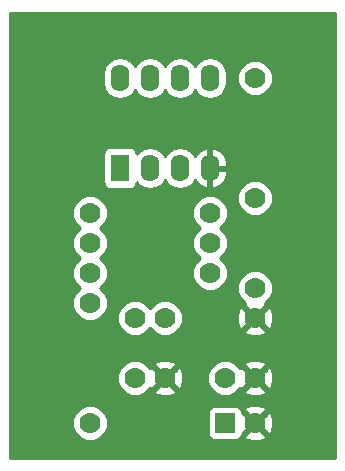
<source format=gtl>
G04 #@! TF.FileFunction,Copper,L1,Top,Signal*
%FSLAX46Y46*%
G04 Gerber Fmt 4.6, Leading zero omitted, Abs format (unit mm)*
G04 Created by KiCad (PCBNEW 0.201412031631+5310~19~ubuntu14.04.1-product) date sáb 06 dic 2014 00:19:55 CET*
%MOMM*%
G01*
G04 APERTURE LIST*
%ADD10C,0.100000*%
%ADD11C,1.778000*%
%ADD12R,1.574800X2.286000*%
%ADD13O,1.574800X2.286000*%
%ADD14R,1.651000X1.651000*%
%ADD15C,0.254000*%
G04 APERTURE END LIST*
D10*
D11*
X144780000Y-107950000D03*
X142240000Y-107950000D03*
X149860000Y-113030000D03*
X152400000Y-113030000D03*
D12*
X140970000Y-95250000D03*
D13*
X143510000Y-95250000D03*
X146050000Y-95250000D03*
X148590000Y-95250000D03*
X148590000Y-87630000D03*
X146050000Y-87630000D03*
X143510000Y-87630000D03*
X140970000Y-87630000D03*
D11*
X152400000Y-105410000D03*
X152400000Y-107950000D03*
X142240000Y-113030000D03*
X144780000Y-113030000D03*
X152400000Y-97790000D03*
X152400000Y-87630000D03*
X138430000Y-101600000D03*
X148590000Y-101600000D03*
X138430000Y-99060000D03*
X148590000Y-99060000D03*
X148590000Y-104140000D03*
X138430000Y-104140000D03*
X138430000Y-116840000D03*
X138430000Y-106680000D03*
D14*
X149860000Y-116840000D03*
D11*
X152400000Y-116840000D03*
D15*
G36*
X159194500Y-119824500D02*
X153935516Y-119824500D01*
X153935516Y-117078035D01*
X153935516Y-113268035D01*
X153935516Y-108188035D01*
X153924264Y-107923787D01*
X153924264Y-105108188D01*
X153924264Y-97488188D01*
X153924264Y-87328188D01*
X153692738Y-86767851D01*
X153264404Y-86338769D01*
X152704472Y-86106265D01*
X152098188Y-86105736D01*
X151537851Y-86337262D01*
X151108769Y-86765596D01*
X150876265Y-87325528D01*
X150875736Y-87931812D01*
X151107262Y-88492149D01*
X151535596Y-88921231D01*
X152095528Y-89153735D01*
X152701812Y-89154264D01*
X153262149Y-88922738D01*
X153691231Y-88494404D01*
X153923735Y-87934472D01*
X153924264Y-87328188D01*
X153924264Y-97488188D01*
X153692738Y-96927851D01*
X153264404Y-96498769D01*
X152704472Y-96266265D01*
X152098188Y-96265736D01*
X151537851Y-96497262D01*
X151108769Y-96925596D01*
X150876265Y-97485528D01*
X150875736Y-98091812D01*
X151107262Y-98652149D01*
X151535596Y-99081231D01*
X152095528Y-99313735D01*
X152701812Y-99314264D01*
X153262149Y-99082738D01*
X153691231Y-98654404D01*
X153923735Y-98094472D01*
X153924264Y-97488188D01*
X153924264Y-105108188D01*
X153692738Y-104547851D01*
X153264404Y-104118769D01*
X152704472Y-103886265D01*
X152098188Y-103885736D01*
X151537851Y-104117262D01*
X151108769Y-104545596D01*
X150876265Y-105105528D01*
X150875736Y-105711812D01*
X151107262Y-106272149D01*
X151535596Y-106701231D01*
X151562505Y-106712404D01*
X151507409Y-106877804D01*
X152400000Y-107770395D01*
X153292591Y-106877804D01*
X153237646Y-106712862D01*
X153262149Y-106702738D01*
X153691231Y-106274404D01*
X153923735Y-105714472D01*
X153924264Y-105108188D01*
X153924264Y-107923787D01*
X153909723Y-107582300D01*
X153727539Y-107142467D01*
X153472196Y-107057409D01*
X152579605Y-107950000D01*
X153472196Y-108842591D01*
X153727539Y-108757533D01*
X153935516Y-108188035D01*
X153935516Y-113268035D01*
X153909723Y-112662300D01*
X153727539Y-112222467D01*
X153472196Y-112137409D01*
X153292591Y-112317014D01*
X153292591Y-111957804D01*
X153292591Y-109022196D01*
X152400000Y-108129605D01*
X152220395Y-108309210D01*
X152220395Y-107950000D01*
X151327804Y-107057409D01*
X151072461Y-107142467D01*
X150864484Y-107711965D01*
X150890277Y-108317700D01*
X151072461Y-108757533D01*
X151327804Y-108842591D01*
X152220395Y-107950000D01*
X152220395Y-108309210D01*
X151507409Y-109022196D01*
X151592467Y-109277539D01*
X152161965Y-109485516D01*
X152767700Y-109459723D01*
X153207533Y-109277539D01*
X153292591Y-109022196D01*
X153292591Y-111957804D01*
X153207533Y-111702461D01*
X152638035Y-111494484D01*
X152032300Y-111520277D01*
X151592467Y-111702461D01*
X151507409Y-111957804D01*
X152400000Y-112850395D01*
X153292591Y-111957804D01*
X153292591Y-112317014D01*
X152579605Y-113030000D01*
X153472196Y-113922591D01*
X153727539Y-113837533D01*
X153935516Y-113268035D01*
X153935516Y-117078035D01*
X153909723Y-116472300D01*
X153727539Y-116032467D01*
X153472196Y-115947409D01*
X153292591Y-116127014D01*
X153292591Y-115767804D01*
X153292591Y-114102196D01*
X152400000Y-113209605D01*
X152220395Y-113389210D01*
X152220395Y-113030000D01*
X151327804Y-112137409D01*
X151162862Y-112192353D01*
X151152738Y-112167851D01*
X150724404Y-111738769D01*
X150164472Y-111506265D01*
X150114264Y-111506221D01*
X150114264Y-103838188D01*
X149882738Y-103277851D01*
X149475262Y-102869664D01*
X149881231Y-102464404D01*
X150113735Y-101904472D01*
X150114264Y-101298188D01*
X149882738Y-100737851D01*
X149475262Y-100329664D01*
X149881231Y-99924404D01*
X150113735Y-99364472D01*
X150114264Y-98758188D01*
X150012400Y-98511657D01*
X150012400Y-95732600D01*
X150012400Y-95377000D01*
X150012400Y-95123000D01*
X150012400Y-94767400D01*
X150012400Y-88020433D01*
X150012400Y-87239567D01*
X149904126Y-86695238D01*
X149595789Y-86233778D01*
X149134329Y-85925441D01*
X148590000Y-85817167D01*
X148045671Y-85925441D01*
X147584211Y-86233778D01*
X147320000Y-86629198D01*
X147055789Y-86233778D01*
X146594329Y-85925441D01*
X146050000Y-85817167D01*
X145505671Y-85925441D01*
X145044211Y-86233778D01*
X144780000Y-86629198D01*
X144515789Y-86233778D01*
X144054329Y-85925441D01*
X143510000Y-85817167D01*
X142965671Y-85925441D01*
X142504211Y-86233778D01*
X142240000Y-86629198D01*
X141975789Y-86233778D01*
X141514329Y-85925441D01*
X140970000Y-85817167D01*
X140425671Y-85925441D01*
X139964211Y-86233778D01*
X139655874Y-86695238D01*
X139547600Y-87239567D01*
X139547600Y-88020433D01*
X139655874Y-88564762D01*
X139964211Y-89026222D01*
X140425671Y-89334559D01*
X140970000Y-89442833D01*
X141514329Y-89334559D01*
X141975789Y-89026222D01*
X142240000Y-88630801D01*
X142504211Y-89026222D01*
X142965671Y-89334559D01*
X143510000Y-89442833D01*
X144054329Y-89334559D01*
X144515789Y-89026222D01*
X144780000Y-88630801D01*
X145044211Y-89026222D01*
X145505671Y-89334559D01*
X146050000Y-89442833D01*
X146594329Y-89334559D01*
X147055789Y-89026222D01*
X147320000Y-88630801D01*
X147584211Y-89026222D01*
X148045671Y-89334559D01*
X148590000Y-89442833D01*
X149134329Y-89334559D01*
X149595789Y-89026222D01*
X149904126Y-88564762D01*
X150012400Y-88020433D01*
X150012400Y-94767400D01*
X149855525Y-94232738D01*
X149505986Y-93798809D01*
X149016996Y-93531673D01*
X148937060Y-93514990D01*
X148717000Y-93637148D01*
X148717000Y-95123000D01*
X150012400Y-95123000D01*
X150012400Y-95377000D01*
X148717000Y-95377000D01*
X148717000Y-96862852D01*
X148937060Y-96985010D01*
X149016996Y-96968327D01*
X149505986Y-96701191D01*
X149855525Y-96267262D01*
X150012400Y-95732600D01*
X150012400Y-98511657D01*
X149882738Y-98197851D01*
X149454404Y-97768769D01*
X148894472Y-97536265D01*
X148463000Y-97535888D01*
X148463000Y-96862852D01*
X148463000Y-95377000D01*
X148443000Y-95377000D01*
X148443000Y-95123000D01*
X148463000Y-95123000D01*
X148463000Y-93637148D01*
X148242940Y-93514990D01*
X148163004Y-93531673D01*
X147674014Y-93798809D01*
X147324475Y-94232738D01*
X147319753Y-94248829D01*
X147055789Y-93853778D01*
X146594329Y-93545441D01*
X146050000Y-93437167D01*
X145505671Y-93545441D01*
X145044211Y-93853778D01*
X144780000Y-94249198D01*
X144515789Y-93853778D01*
X144054329Y-93545441D01*
X143510000Y-93437167D01*
X142965671Y-93545441D01*
X142504211Y-93853778D01*
X142389126Y-94026013D01*
X142357863Y-93864877D01*
X142218073Y-93652073D01*
X142007040Y-93509623D01*
X141757400Y-93459560D01*
X140182600Y-93459560D01*
X139940477Y-93506537D01*
X139727673Y-93646327D01*
X139585223Y-93857360D01*
X139535160Y-94107000D01*
X139535160Y-96393000D01*
X139582137Y-96635123D01*
X139721927Y-96847927D01*
X139932960Y-96990377D01*
X140182600Y-97040440D01*
X141757400Y-97040440D01*
X141999523Y-96993463D01*
X142212327Y-96853673D01*
X142354777Y-96642640D01*
X142388720Y-96473378D01*
X142504211Y-96646222D01*
X142965671Y-96954559D01*
X143510000Y-97062833D01*
X144054329Y-96954559D01*
X144515789Y-96646222D01*
X144780000Y-96250801D01*
X145044211Y-96646222D01*
X145505671Y-96954559D01*
X146050000Y-97062833D01*
X146594329Y-96954559D01*
X147055789Y-96646222D01*
X147319753Y-96251170D01*
X147324475Y-96267262D01*
X147674014Y-96701191D01*
X148163004Y-96968327D01*
X148242940Y-96985010D01*
X148463000Y-96862852D01*
X148463000Y-97535888D01*
X148288188Y-97535736D01*
X147727851Y-97767262D01*
X147298769Y-98195596D01*
X147066265Y-98755528D01*
X147065736Y-99361812D01*
X147297262Y-99922149D01*
X147704737Y-100330335D01*
X147298769Y-100735596D01*
X147066265Y-101295528D01*
X147065736Y-101901812D01*
X147297262Y-102462149D01*
X147704737Y-102870335D01*
X147298769Y-103275596D01*
X147066265Y-103835528D01*
X147065736Y-104441812D01*
X147297262Y-105002149D01*
X147725596Y-105431231D01*
X148285528Y-105663735D01*
X148891812Y-105664264D01*
X149452149Y-105432738D01*
X149881231Y-105004404D01*
X150113735Y-104444472D01*
X150114264Y-103838188D01*
X150114264Y-111506221D01*
X149558188Y-111505736D01*
X148997851Y-111737262D01*
X148568769Y-112165596D01*
X148336265Y-112725528D01*
X148335736Y-113331812D01*
X148567262Y-113892149D01*
X148995596Y-114321231D01*
X149555528Y-114553735D01*
X150161812Y-114554264D01*
X150722149Y-114322738D01*
X151151231Y-113894404D01*
X151162404Y-113867494D01*
X151327804Y-113922591D01*
X152220395Y-113030000D01*
X152220395Y-113389210D01*
X151507409Y-114102196D01*
X151592467Y-114357539D01*
X152161965Y-114565516D01*
X152767700Y-114539723D01*
X153207533Y-114357539D01*
X153292591Y-114102196D01*
X153292591Y-115767804D01*
X153207533Y-115512461D01*
X152638035Y-115304484D01*
X152032300Y-115330277D01*
X151592467Y-115512461D01*
X151507409Y-115767804D01*
X152400000Y-116660395D01*
X153292591Y-115767804D01*
X153292591Y-116127014D01*
X152579605Y-116840000D01*
X153472196Y-117732591D01*
X153727539Y-117647533D01*
X153935516Y-117078035D01*
X153935516Y-119824500D01*
X153292591Y-119824500D01*
X153292591Y-117912196D01*
X152400000Y-117019605D01*
X152220395Y-117199210D01*
X152220395Y-116840000D01*
X151327804Y-115947409D01*
X151320401Y-115949874D01*
X151285963Y-115772377D01*
X151146173Y-115559573D01*
X150935140Y-115417123D01*
X150685500Y-115367060D01*
X149034500Y-115367060D01*
X148792377Y-115414037D01*
X148579573Y-115553827D01*
X148437123Y-115764860D01*
X148387060Y-116014500D01*
X148387060Y-117665500D01*
X148434037Y-117907623D01*
X148573827Y-118120427D01*
X148784860Y-118262877D01*
X149034500Y-118312940D01*
X150685500Y-118312940D01*
X150927623Y-118265963D01*
X151140427Y-118126173D01*
X151282877Y-117915140D01*
X151320006Y-117729993D01*
X151327804Y-117732591D01*
X152220395Y-116840000D01*
X152220395Y-117199210D01*
X151507409Y-117912196D01*
X151592467Y-118167539D01*
X152161965Y-118375516D01*
X152767700Y-118349723D01*
X153207533Y-118167539D01*
X153292591Y-117912196D01*
X153292591Y-119824500D01*
X146315516Y-119824500D01*
X146315516Y-113268035D01*
X146304264Y-113003787D01*
X146304264Y-107648188D01*
X146072738Y-107087851D01*
X145644404Y-106658769D01*
X145084472Y-106426265D01*
X144478188Y-106425736D01*
X143917851Y-106657262D01*
X143509664Y-107064737D01*
X143104404Y-106658769D01*
X142544472Y-106426265D01*
X141938188Y-106425736D01*
X141377851Y-106657262D01*
X140948769Y-107085596D01*
X140716265Y-107645528D01*
X140715736Y-108251812D01*
X140947262Y-108812149D01*
X141375596Y-109241231D01*
X141935528Y-109473735D01*
X142541812Y-109474264D01*
X143102149Y-109242738D01*
X143510335Y-108835262D01*
X143915596Y-109241231D01*
X144475528Y-109473735D01*
X145081812Y-109474264D01*
X145642149Y-109242738D01*
X146071231Y-108814404D01*
X146303735Y-108254472D01*
X146304264Y-107648188D01*
X146304264Y-113003787D01*
X146289723Y-112662300D01*
X146107539Y-112222467D01*
X145852196Y-112137409D01*
X145672591Y-112317014D01*
X145672591Y-111957804D01*
X145587533Y-111702461D01*
X145018035Y-111494484D01*
X144412300Y-111520277D01*
X143972467Y-111702461D01*
X143887409Y-111957804D01*
X144780000Y-112850395D01*
X145672591Y-111957804D01*
X145672591Y-112317014D01*
X144959605Y-113030000D01*
X145852196Y-113922591D01*
X146107539Y-113837533D01*
X146315516Y-113268035D01*
X146315516Y-119824500D01*
X145672591Y-119824500D01*
X145672591Y-114102196D01*
X144780000Y-113209605D01*
X144600395Y-113389210D01*
X144600395Y-113030000D01*
X143707804Y-112137409D01*
X143542862Y-112192353D01*
X143532738Y-112167851D01*
X143104404Y-111738769D01*
X142544472Y-111506265D01*
X141938188Y-111505736D01*
X141377851Y-111737262D01*
X140948769Y-112165596D01*
X140716265Y-112725528D01*
X140715736Y-113331812D01*
X140947262Y-113892149D01*
X141375596Y-114321231D01*
X141935528Y-114553735D01*
X142541812Y-114554264D01*
X143102149Y-114322738D01*
X143531231Y-113894404D01*
X143542404Y-113867494D01*
X143707804Y-113922591D01*
X144600395Y-113030000D01*
X144600395Y-113389210D01*
X143887409Y-114102196D01*
X143972467Y-114357539D01*
X144541965Y-114565516D01*
X145147700Y-114539723D01*
X145587533Y-114357539D01*
X145672591Y-114102196D01*
X145672591Y-119824500D01*
X139954264Y-119824500D01*
X139954264Y-116538188D01*
X139954264Y-106378188D01*
X139722738Y-105817851D01*
X139315262Y-105409664D01*
X139721231Y-105004404D01*
X139953735Y-104444472D01*
X139954264Y-103838188D01*
X139722738Y-103277851D01*
X139315262Y-102869664D01*
X139721231Y-102464404D01*
X139953735Y-101904472D01*
X139954264Y-101298188D01*
X139722738Y-100737851D01*
X139315262Y-100329664D01*
X139721231Y-99924404D01*
X139953735Y-99364472D01*
X139954264Y-98758188D01*
X139722738Y-98197851D01*
X139294404Y-97768769D01*
X138734472Y-97536265D01*
X138128188Y-97535736D01*
X137567851Y-97767262D01*
X137138769Y-98195596D01*
X136906265Y-98755528D01*
X136905736Y-99361812D01*
X137137262Y-99922149D01*
X137544737Y-100330335D01*
X137138769Y-100735596D01*
X136906265Y-101295528D01*
X136905736Y-101901812D01*
X137137262Y-102462149D01*
X137544737Y-102870335D01*
X137138769Y-103275596D01*
X136906265Y-103835528D01*
X136905736Y-104441812D01*
X137137262Y-105002149D01*
X137544737Y-105410335D01*
X137138769Y-105815596D01*
X136906265Y-106375528D01*
X136905736Y-106981812D01*
X137137262Y-107542149D01*
X137565596Y-107971231D01*
X138125528Y-108203735D01*
X138731812Y-108204264D01*
X139292149Y-107972738D01*
X139721231Y-107544404D01*
X139953735Y-106984472D01*
X139954264Y-106378188D01*
X139954264Y-116538188D01*
X139722738Y-115977851D01*
X139294404Y-115548769D01*
X138734472Y-115316265D01*
X138128188Y-115315736D01*
X137567851Y-115547262D01*
X137138769Y-115975596D01*
X136906265Y-116535528D01*
X136905736Y-117141812D01*
X137137262Y-117702149D01*
X137565596Y-118131231D01*
X138125528Y-118363735D01*
X138731812Y-118364264D01*
X139292149Y-118132738D01*
X139721231Y-117704404D01*
X139953735Y-117144472D01*
X139954264Y-116538188D01*
X139954264Y-119824500D01*
X131635500Y-119824500D01*
X131635500Y-82105500D01*
X159194500Y-82105500D01*
X159194500Y-119824500D01*
X159194500Y-119824500D01*
G37*
X159194500Y-119824500D02*
X153935516Y-119824500D01*
X153935516Y-117078035D01*
X153935516Y-113268035D01*
X153935516Y-108188035D01*
X153924264Y-107923787D01*
X153924264Y-105108188D01*
X153924264Y-97488188D01*
X153924264Y-87328188D01*
X153692738Y-86767851D01*
X153264404Y-86338769D01*
X152704472Y-86106265D01*
X152098188Y-86105736D01*
X151537851Y-86337262D01*
X151108769Y-86765596D01*
X150876265Y-87325528D01*
X150875736Y-87931812D01*
X151107262Y-88492149D01*
X151535596Y-88921231D01*
X152095528Y-89153735D01*
X152701812Y-89154264D01*
X153262149Y-88922738D01*
X153691231Y-88494404D01*
X153923735Y-87934472D01*
X153924264Y-87328188D01*
X153924264Y-97488188D01*
X153692738Y-96927851D01*
X153264404Y-96498769D01*
X152704472Y-96266265D01*
X152098188Y-96265736D01*
X151537851Y-96497262D01*
X151108769Y-96925596D01*
X150876265Y-97485528D01*
X150875736Y-98091812D01*
X151107262Y-98652149D01*
X151535596Y-99081231D01*
X152095528Y-99313735D01*
X152701812Y-99314264D01*
X153262149Y-99082738D01*
X153691231Y-98654404D01*
X153923735Y-98094472D01*
X153924264Y-97488188D01*
X153924264Y-105108188D01*
X153692738Y-104547851D01*
X153264404Y-104118769D01*
X152704472Y-103886265D01*
X152098188Y-103885736D01*
X151537851Y-104117262D01*
X151108769Y-104545596D01*
X150876265Y-105105528D01*
X150875736Y-105711812D01*
X151107262Y-106272149D01*
X151535596Y-106701231D01*
X151562505Y-106712404D01*
X151507409Y-106877804D01*
X152400000Y-107770395D01*
X153292591Y-106877804D01*
X153237646Y-106712862D01*
X153262149Y-106702738D01*
X153691231Y-106274404D01*
X153923735Y-105714472D01*
X153924264Y-105108188D01*
X153924264Y-107923787D01*
X153909723Y-107582300D01*
X153727539Y-107142467D01*
X153472196Y-107057409D01*
X152579605Y-107950000D01*
X153472196Y-108842591D01*
X153727539Y-108757533D01*
X153935516Y-108188035D01*
X153935516Y-113268035D01*
X153909723Y-112662300D01*
X153727539Y-112222467D01*
X153472196Y-112137409D01*
X153292591Y-112317014D01*
X153292591Y-111957804D01*
X153292591Y-109022196D01*
X152400000Y-108129605D01*
X152220395Y-108309210D01*
X152220395Y-107950000D01*
X151327804Y-107057409D01*
X151072461Y-107142467D01*
X150864484Y-107711965D01*
X150890277Y-108317700D01*
X151072461Y-108757533D01*
X151327804Y-108842591D01*
X152220395Y-107950000D01*
X152220395Y-108309210D01*
X151507409Y-109022196D01*
X151592467Y-109277539D01*
X152161965Y-109485516D01*
X152767700Y-109459723D01*
X153207533Y-109277539D01*
X153292591Y-109022196D01*
X153292591Y-111957804D01*
X153207533Y-111702461D01*
X152638035Y-111494484D01*
X152032300Y-111520277D01*
X151592467Y-111702461D01*
X151507409Y-111957804D01*
X152400000Y-112850395D01*
X153292591Y-111957804D01*
X153292591Y-112317014D01*
X152579605Y-113030000D01*
X153472196Y-113922591D01*
X153727539Y-113837533D01*
X153935516Y-113268035D01*
X153935516Y-117078035D01*
X153909723Y-116472300D01*
X153727539Y-116032467D01*
X153472196Y-115947409D01*
X153292591Y-116127014D01*
X153292591Y-115767804D01*
X153292591Y-114102196D01*
X152400000Y-113209605D01*
X152220395Y-113389210D01*
X152220395Y-113030000D01*
X151327804Y-112137409D01*
X151162862Y-112192353D01*
X151152738Y-112167851D01*
X150724404Y-111738769D01*
X150164472Y-111506265D01*
X150114264Y-111506221D01*
X150114264Y-103838188D01*
X149882738Y-103277851D01*
X149475262Y-102869664D01*
X149881231Y-102464404D01*
X150113735Y-101904472D01*
X150114264Y-101298188D01*
X149882738Y-100737851D01*
X149475262Y-100329664D01*
X149881231Y-99924404D01*
X150113735Y-99364472D01*
X150114264Y-98758188D01*
X150012400Y-98511657D01*
X150012400Y-95732600D01*
X150012400Y-95377000D01*
X150012400Y-95123000D01*
X150012400Y-94767400D01*
X150012400Y-88020433D01*
X150012400Y-87239567D01*
X149904126Y-86695238D01*
X149595789Y-86233778D01*
X149134329Y-85925441D01*
X148590000Y-85817167D01*
X148045671Y-85925441D01*
X147584211Y-86233778D01*
X147320000Y-86629198D01*
X147055789Y-86233778D01*
X146594329Y-85925441D01*
X146050000Y-85817167D01*
X145505671Y-85925441D01*
X145044211Y-86233778D01*
X144780000Y-86629198D01*
X144515789Y-86233778D01*
X144054329Y-85925441D01*
X143510000Y-85817167D01*
X142965671Y-85925441D01*
X142504211Y-86233778D01*
X142240000Y-86629198D01*
X141975789Y-86233778D01*
X141514329Y-85925441D01*
X140970000Y-85817167D01*
X140425671Y-85925441D01*
X139964211Y-86233778D01*
X139655874Y-86695238D01*
X139547600Y-87239567D01*
X139547600Y-88020433D01*
X139655874Y-88564762D01*
X139964211Y-89026222D01*
X140425671Y-89334559D01*
X140970000Y-89442833D01*
X141514329Y-89334559D01*
X141975789Y-89026222D01*
X142240000Y-88630801D01*
X142504211Y-89026222D01*
X142965671Y-89334559D01*
X143510000Y-89442833D01*
X144054329Y-89334559D01*
X144515789Y-89026222D01*
X144780000Y-88630801D01*
X145044211Y-89026222D01*
X145505671Y-89334559D01*
X146050000Y-89442833D01*
X146594329Y-89334559D01*
X147055789Y-89026222D01*
X147320000Y-88630801D01*
X147584211Y-89026222D01*
X148045671Y-89334559D01*
X148590000Y-89442833D01*
X149134329Y-89334559D01*
X149595789Y-89026222D01*
X149904126Y-88564762D01*
X150012400Y-88020433D01*
X150012400Y-94767400D01*
X149855525Y-94232738D01*
X149505986Y-93798809D01*
X149016996Y-93531673D01*
X148937060Y-93514990D01*
X148717000Y-93637148D01*
X148717000Y-95123000D01*
X150012400Y-95123000D01*
X150012400Y-95377000D01*
X148717000Y-95377000D01*
X148717000Y-96862852D01*
X148937060Y-96985010D01*
X149016996Y-96968327D01*
X149505986Y-96701191D01*
X149855525Y-96267262D01*
X150012400Y-95732600D01*
X150012400Y-98511657D01*
X149882738Y-98197851D01*
X149454404Y-97768769D01*
X148894472Y-97536265D01*
X148463000Y-97535888D01*
X148463000Y-96862852D01*
X148463000Y-95377000D01*
X148443000Y-95377000D01*
X148443000Y-95123000D01*
X148463000Y-95123000D01*
X148463000Y-93637148D01*
X148242940Y-93514990D01*
X148163004Y-93531673D01*
X147674014Y-93798809D01*
X147324475Y-94232738D01*
X147319753Y-94248829D01*
X147055789Y-93853778D01*
X146594329Y-93545441D01*
X146050000Y-93437167D01*
X145505671Y-93545441D01*
X145044211Y-93853778D01*
X144780000Y-94249198D01*
X144515789Y-93853778D01*
X144054329Y-93545441D01*
X143510000Y-93437167D01*
X142965671Y-93545441D01*
X142504211Y-93853778D01*
X142389126Y-94026013D01*
X142357863Y-93864877D01*
X142218073Y-93652073D01*
X142007040Y-93509623D01*
X141757400Y-93459560D01*
X140182600Y-93459560D01*
X139940477Y-93506537D01*
X139727673Y-93646327D01*
X139585223Y-93857360D01*
X139535160Y-94107000D01*
X139535160Y-96393000D01*
X139582137Y-96635123D01*
X139721927Y-96847927D01*
X139932960Y-96990377D01*
X140182600Y-97040440D01*
X141757400Y-97040440D01*
X141999523Y-96993463D01*
X142212327Y-96853673D01*
X142354777Y-96642640D01*
X142388720Y-96473378D01*
X142504211Y-96646222D01*
X142965671Y-96954559D01*
X143510000Y-97062833D01*
X144054329Y-96954559D01*
X144515789Y-96646222D01*
X144780000Y-96250801D01*
X145044211Y-96646222D01*
X145505671Y-96954559D01*
X146050000Y-97062833D01*
X146594329Y-96954559D01*
X147055789Y-96646222D01*
X147319753Y-96251170D01*
X147324475Y-96267262D01*
X147674014Y-96701191D01*
X148163004Y-96968327D01*
X148242940Y-96985010D01*
X148463000Y-96862852D01*
X148463000Y-97535888D01*
X148288188Y-97535736D01*
X147727851Y-97767262D01*
X147298769Y-98195596D01*
X147066265Y-98755528D01*
X147065736Y-99361812D01*
X147297262Y-99922149D01*
X147704737Y-100330335D01*
X147298769Y-100735596D01*
X147066265Y-101295528D01*
X147065736Y-101901812D01*
X147297262Y-102462149D01*
X147704737Y-102870335D01*
X147298769Y-103275596D01*
X147066265Y-103835528D01*
X147065736Y-104441812D01*
X147297262Y-105002149D01*
X147725596Y-105431231D01*
X148285528Y-105663735D01*
X148891812Y-105664264D01*
X149452149Y-105432738D01*
X149881231Y-105004404D01*
X150113735Y-104444472D01*
X150114264Y-103838188D01*
X150114264Y-111506221D01*
X149558188Y-111505736D01*
X148997851Y-111737262D01*
X148568769Y-112165596D01*
X148336265Y-112725528D01*
X148335736Y-113331812D01*
X148567262Y-113892149D01*
X148995596Y-114321231D01*
X149555528Y-114553735D01*
X150161812Y-114554264D01*
X150722149Y-114322738D01*
X151151231Y-113894404D01*
X151162404Y-113867494D01*
X151327804Y-113922591D01*
X152220395Y-113030000D01*
X152220395Y-113389210D01*
X151507409Y-114102196D01*
X151592467Y-114357539D01*
X152161965Y-114565516D01*
X152767700Y-114539723D01*
X153207533Y-114357539D01*
X153292591Y-114102196D01*
X153292591Y-115767804D01*
X153207533Y-115512461D01*
X152638035Y-115304484D01*
X152032300Y-115330277D01*
X151592467Y-115512461D01*
X151507409Y-115767804D01*
X152400000Y-116660395D01*
X153292591Y-115767804D01*
X153292591Y-116127014D01*
X152579605Y-116840000D01*
X153472196Y-117732591D01*
X153727539Y-117647533D01*
X153935516Y-117078035D01*
X153935516Y-119824500D01*
X153292591Y-119824500D01*
X153292591Y-117912196D01*
X152400000Y-117019605D01*
X152220395Y-117199210D01*
X152220395Y-116840000D01*
X151327804Y-115947409D01*
X151320401Y-115949874D01*
X151285963Y-115772377D01*
X151146173Y-115559573D01*
X150935140Y-115417123D01*
X150685500Y-115367060D01*
X149034500Y-115367060D01*
X148792377Y-115414037D01*
X148579573Y-115553827D01*
X148437123Y-115764860D01*
X148387060Y-116014500D01*
X148387060Y-117665500D01*
X148434037Y-117907623D01*
X148573827Y-118120427D01*
X148784860Y-118262877D01*
X149034500Y-118312940D01*
X150685500Y-118312940D01*
X150927623Y-118265963D01*
X151140427Y-118126173D01*
X151282877Y-117915140D01*
X151320006Y-117729993D01*
X151327804Y-117732591D01*
X152220395Y-116840000D01*
X152220395Y-117199210D01*
X151507409Y-117912196D01*
X151592467Y-118167539D01*
X152161965Y-118375516D01*
X152767700Y-118349723D01*
X153207533Y-118167539D01*
X153292591Y-117912196D01*
X153292591Y-119824500D01*
X146315516Y-119824500D01*
X146315516Y-113268035D01*
X146304264Y-113003787D01*
X146304264Y-107648188D01*
X146072738Y-107087851D01*
X145644404Y-106658769D01*
X145084472Y-106426265D01*
X144478188Y-106425736D01*
X143917851Y-106657262D01*
X143509664Y-107064737D01*
X143104404Y-106658769D01*
X142544472Y-106426265D01*
X141938188Y-106425736D01*
X141377851Y-106657262D01*
X140948769Y-107085596D01*
X140716265Y-107645528D01*
X140715736Y-108251812D01*
X140947262Y-108812149D01*
X141375596Y-109241231D01*
X141935528Y-109473735D01*
X142541812Y-109474264D01*
X143102149Y-109242738D01*
X143510335Y-108835262D01*
X143915596Y-109241231D01*
X144475528Y-109473735D01*
X145081812Y-109474264D01*
X145642149Y-109242738D01*
X146071231Y-108814404D01*
X146303735Y-108254472D01*
X146304264Y-107648188D01*
X146304264Y-113003787D01*
X146289723Y-112662300D01*
X146107539Y-112222467D01*
X145852196Y-112137409D01*
X145672591Y-112317014D01*
X145672591Y-111957804D01*
X145587533Y-111702461D01*
X145018035Y-111494484D01*
X144412300Y-111520277D01*
X143972467Y-111702461D01*
X143887409Y-111957804D01*
X144780000Y-112850395D01*
X145672591Y-111957804D01*
X145672591Y-112317014D01*
X144959605Y-113030000D01*
X145852196Y-113922591D01*
X146107539Y-113837533D01*
X146315516Y-113268035D01*
X146315516Y-119824500D01*
X145672591Y-119824500D01*
X145672591Y-114102196D01*
X144780000Y-113209605D01*
X144600395Y-113389210D01*
X144600395Y-113030000D01*
X143707804Y-112137409D01*
X143542862Y-112192353D01*
X143532738Y-112167851D01*
X143104404Y-111738769D01*
X142544472Y-111506265D01*
X141938188Y-111505736D01*
X141377851Y-111737262D01*
X140948769Y-112165596D01*
X140716265Y-112725528D01*
X140715736Y-113331812D01*
X140947262Y-113892149D01*
X141375596Y-114321231D01*
X141935528Y-114553735D01*
X142541812Y-114554264D01*
X143102149Y-114322738D01*
X143531231Y-113894404D01*
X143542404Y-113867494D01*
X143707804Y-113922591D01*
X144600395Y-113030000D01*
X144600395Y-113389210D01*
X143887409Y-114102196D01*
X143972467Y-114357539D01*
X144541965Y-114565516D01*
X145147700Y-114539723D01*
X145587533Y-114357539D01*
X145672591Y-114102196D01*
X145672591Y-119824500D01*
X139954264Y-119824500D01*
X139954264Y-116538188D01*
X139954264Y-106378188D01*
X139722738Y-105817851D01*
X139315262Y-105409664D01*
X139721231Y-105004404D01*
X139953735Y-104444472D01*
X139954264Y-103838188D01*
X139722738Y-103277851D01*
X139315262Y-102869664D01*
X139721231Y-102464404D01*
X139953735Y-101904472D01*
X139954264Y-101298188D01*
X139722738Y-100737851D01*
X139315262Y-100329664D01*
X139721231Y-99924404D01*
X139953735Y-99364472D01*
X139954264Y-98758188D01*
X139722738Y-98197851D01*
X139294404Y-97768769D01*
X138734472Y-97536265D01*
X138128188Y-97535736D01*
X137567851Y-97767262D01*
X137138769Y-98195596D01*
X136906265Y-98755528D01*
X136905736Y-99361812D01*
X137137262Y-99922149D01*
X137544737Y-100330335D01*
X137138769Y-100735596D01*
X136906265Y-101295528D01*
X136905736Y-101901812D01*
X137137262Y-102462149D01*
X137544737Y-102870335D01*
X137138769Y-103275596D01*
X136906265Y-103835528D01*
X136905736Y-104441812D01*
X137137262Y-105002149D01*
X137544737Y-105410335D01*
X137138769Y-105815596D01*
X136906265Y-106375528D01*
X136905736Y-106981812D01*
X137137262Y-107542149D01*
X137565596Y-107971231D01*
X138125528Y-108203735D01*
X138731812Y-108204264D01*
X139292149Y-107972738D01*
X139721231Y-107544404D01*
X139953735Y-106984472D01*
X139954264Y-106378188D01*
X139954264Y-116538188D01*
X139722738Y-115977851D01*
X139294404Y-115548769D01*
X138734472Y-115316265D01*
X138128188Y-115315736D01*
X137567851Y-115547262D01*
X137138769Y-115975596D01*
X136906265Y-116535528D01*
X136905736Y-117141812D01*
X137137262Y-117702149D01*
X137565596Y-118131231D01*
X138125528Y-118363735D01*
X138731812Y-118364264D01*
X139292149Y-118132738D01*
X139721231Y-117704404D01*
X139953735Y-117144472D01*
X139954264Y-116538188D01*
X139954264Y-119824500D01*
X131635500Y-119824500D01*
X131635500Y-82105500D01*
X159194500Y-82105500D01*
X159194500Y-119824500D01*
M02*

</source>
